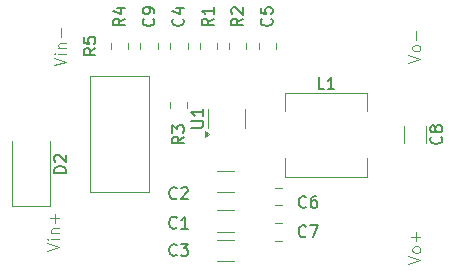
<source format=gbr>
%TF.GenerationSoftware,KiCad,Pcbnew,8.0.7*%
%TF.CreationDate,2025-01-12T01:40:56+08:00*%
%TF.ProjectId,power,706f7765-722e-46b6-9963-61645f706362,rev?*%
%TF.SameCoordinates,Original*%
%TF.FileFunction,Legend,Top*%
%TF.FilePolarity,Positive*%
%FSLAX46Y46*%
G04 Gerber Fmt 4.6, Leading zero omitted, Abs format (unit mm)*
G04 Created by KiCad (PCBNEW 8.0.7) date 2025-01-12 01:40:56*
%MOMM*%
%LPD*%
G01*
G04 APERTURE LIST*
%ADD10C,0.100000*%
%ADD11C,0.150000*%
%ADD12C,0.120000*%
G04 APERTURE END LIST*
D10*
X153872419Y-82338972D02*
X154872419Y-82005639D01*
X154872419Y-82005639D02*
X153872419Y-81672306D01*
X154872419Y-81338972D02*
X154205752Y-81338972D01*
X153872419Y-81338972D02*
X153920038Y-81386591D01*
X153920038Y-81386591D02*
X153967657Y-81338972D01*
X153967657Y-81338972D02*
X153920038Y-81291353D01*
X153920038Y-81291353D02*
X153872419Y-81338972D01*
X153872419Y-81338972D02*
X153967657Y-81338972D01*
X154205752Y-80862782D02*
X154872419Y-80862782D01*
X154300990Y-80862782D02*
X154253371Y-80815163D01*
X154253371Y-80815163D02*
X154205752Y-80719925D01*
X154205752Y-80719925D02*
X154205752Y-80577068D01*
X154205752Y-80577068D02*
X154253371Y-80481830D01*
X154253371Y-80481830D02*
X154348609Y-80434211D01*
X154348609Y-80434211D02*
X154872419Y-80434211D01*
X154491466Y-79958020D02*
X154491466Y-79196116D01*
X154872419Y-79577068D02*
X154110514Y-79577068D01*
D11*
X172859580Y-62666666D02*
X172907200Y-62714285D01*
X172907200Y-62714285D02*
X172954819Y-62857142D01*
X172954819Y-62857142D02*
X172954819Y-62952380D01*
X172954819Y-62952380D02*
X172907200Y-63095237D01*
X172907200Y-63095237D02*
X172811961Y-63190475D01*
X172811961Y-63190475D02*
X172716723Y-63238094D01*
X172716723Y-63238094D02*
X172526247Y-63285713D01*
X172526247Y-63285713D02*
X172383390Y-63285713D01*
X172383390Y-63285713D02*
X172192914Y-63238094D01*
X172192914Y-63238094D02*
X172097676Y-63190475D01*
X172097676Y-63190475D02*
X172002438Y-63095237D01*
X172002438Y-63095237D02*
X171954819Y-62952380D01*
X171954819Y-62952380D02*
X171954819Y-62857142D01*
X171954819Y-62857142D02*
X172002438Y-62714285D01*
X172002438Y-62714285D02*
X172050057Y-62666666D01*
X171954819Y-61761904D02*
X171954819Y-62238094D01*
X171954819Y-62238094D02*
X172431009Y-62285713D01*
X172431009Y-62285713D02*
X172383390Y-62238094D01*
X172383390Y-62238094D02*
X172335771Y-62142856D01*
X172335771Y-62142856D02*
X172335771Y-61904761D01*
X172335771Y-61904761D02*
X172383390Y-61809523D01*
X172383390Y-61809523D02*
X172431009Y-61761904D01*
X172431009Y-61761904D02*
X172526247Y-61714285D01*
X172526247Y-61714285D02*
X172764342Y-61714285D01*
X172764342Y-61714285D02*
X172859580Y-61761904D01*
X172859580Y-61761904D02*
X172907200Y-61809523D01*
X172907200Y-61809523D02*
X172954819Y-61904761D01*
X172954819Y-61904761D02*
X172954819Y-62142856D01*
X172954819Y-62142856D02*
X172907200Y-62238094D01*
X172907200Y-62238094D02*
X172859580Y-62285713D01*
X165359580Y-62666666D02*
X165407200Y-62714285D01*
X165407200Y-62714285D02*
X165454819Y-62857142D01*
X165454819Y-62857142D02*
X165454819Y-62952380D01*
X165454819Y-62952380D02*
X165407200Y-63095237D01*
X165407200Y-63095237D02*
X165311961Y-63190475D01*
X165311961Y-63190475D02*
X165216723Y-63238094D01*
X165216723Y-63238094D02*
X165026247Y-63285713D01*
X165026247Y-63285713D02*
X164883390Y-63285713D01*
X164883390Y-63285713D02*
X164692914Y-63238094D01*
X164692914Y-63238094D02*
X164597676Y-63190475D01*
X164597676Y-63190475D02*
X164502438Y-63095237D01*
X164502438Y-63095237D02*
X164454819Y-62952380D01*
X164454819Y-62952380D02*
X164454819Y-62857142D01*
X164454819Y-62857142D02*
X164502438Y-62714285D01*
X164502438Y-62714285D02*
X164550057Y-62666666D01*
X164788152Y-61809523D02*
X165454819Y-61809523D01*
X164407200Y-62047618D02*
X165121485Y-62285713D01*
X165121485Y-62285713D02*
X165121485Y-61666666D01*
D10*
X154457419Y-66642856D02*
X155457419Y-66309523D01*
X155457419Y-66309523D02*
X154457419Y-65976190D01*
X155457419Y-65642856D02*
X154790752Y-65642856D01*
X154457419Y-65642856D02*
X154505038Y-65690475D01*
X154505038Y-65690475D02*
X154552657Y-65642856D01*
X154552657Y-65642856D02*
X154505038Y-65595237D01*
X154505038Y-65595237D02*
X154457419Y-65642856D01*
X154457419Y-65642856D02*
X154552657Y-65642856D01*
X154790752Y-65166666D02*
X155457419Y-65166666D01*
X154885990Y-65166666D02*
X154838371Y-65119047D01*
X154838371Y-65119047D02*
X154790752Y-65023809D01*
X154790752Y-65023809D02*
X154790752Y-64880952D01*
X154790752Y-64880952D02*
X154838371Y-64785714D01*
X154838371Y-64785714D02*
X154933609Y-64738095D01*
X154933609Y-64738095D02*
X155457419Y-64738095D01*
X155076466Y-64261904D02*
X155076466Y-63500000D01*
X184457419Y-83444761D02*
X185457419Y-83111428D01*
X185457419Y-83111428D02*
X184457419Y-82778095D01*
X185457419Y-82301904D02*
X185409800Y-82397142D01*
X185409800Y-82397142D02*
X185362180Y-82444761D01*
X185362180Y-82444761D02*
X185266942Y-82492380D01*
X185266942Y-82492380D02*
X184981228Y-82492380D01*
X184981228Y-82492380D02*
X184885990Y-82444761D01*
X184885990Y-82444761D02*
X184838371Y-82397142D01*
X184838371Y-82397142D02*
X184790752Y-82301904D01*
X184790752Y-82301904D02*
X184790752Y-82159047D01*
X184790752Y-82159047D02*
X184838371Y-82063809D01*
X184838371Y-82063809D02*
X184885990Y-82016190D01*
X184885990Y-82016190D02*
X184981228Y-81968571D01*
X184981228Y-81968571D02*
X185266942Y-81968571D01*
X185266942Y-81968571D02*
X185362180Y-82016190D01*
X185362180Y-82016190D02*
X185409800Y-82063809D01*
X185409800Y-82063809D02*
X185457419Y-82159047D01*
X185457419Y-82159047D02*
X185457419Y-82301904D01*
X185076466Y-81539999D02*
X185076466Y-80778095D01*
X185457419Y-81159047D02*
X184695514Y-81159047D01*
X184457419Y-66404761D02*
X185457419Y-66071428D01*
X185457419Y-66071428D02*
X184457419Y-65738095D01*
X185457419Y-65261904D02*
X185409800Y-65357142D01*
X185409800Y-65357142D02*
X185362180Y-65404761D01*
X185362180Y-65404761D02*
X185266942Y-65452380D01*
X185266942Y-65452380D02*
X184981228Y-65452380D01*
X184981228Y-65452380D02*
X184885990Y-65404761D01*
X184885990Y-65404761D02*
X184838371Y-65357142D01*
X184838371Y-65357142D02*
X184790752Y-65261904D01*
X184790752Y-65261904D02*
X184790752Y-65119047D01*
X184790752Y-65119047D02*
X184838371Y-65023809D01*
X184838371Y-65023809D02*
X184885990Y-64976190D01*
X184885990Y-64976190D02*
X184981228Y-64928571D01*
X184981228Y-64928571D02*
X185266942Y-64928571D01*
X185266942Y-64928571D02*
X185362180Y-64976190D01*
X185362180Y-64976190D02*
X185409800Y-65023809D01*
X185409800Y-65023809D02*
X185457419Y-65119047D01*
X185457419Y-65119047D02*
X185457419Y-65261904D01*
X185076466Y-64499999D02*
X185076466Y-63738095D01*
D11*
X166079819Y-71899404D02*
X166889342Y-71899404D01*
X166889342Y-71899404D02*
X166984580Y-71851785D01*
X166984580Y-71851785D02*
X167032200Y-71804166D01*
X167032200Y-71804166D02*
X167079819Y-71708928D01*
X167079819Y-71708928D02*
X167079819Y-71518452D01*
X167079819Y-71518452D02*
X167032200Y-71423214D01*
X167032200Y-71423214D02*
X166984580Y-71375595D01*
X166984580Y-71375595D02*
X166889342Y-71327976D01*
X166889342Y-71327976D02*
X166079819Y-71327976D01*
X167079819Y-70327976D02*
X167079819Y-70899404D01*
X167079819Y-70613690D02*
X166079819Y-70613690D01*
X166079819Y-70613690D02*
X166222676Y-70708928D01*
X166222676Y-70708928D02*
X166317914Y-70804166D01*
X166317914Y-70804166D02*
X166365533Y-70899404D01*
X157954819Y-65166666D02*
X157478628Y-65499999D01*
X157954819Y-65738094D02*
X156954819Y-65738094D01*
X156954819Y-65738094D02*
X156954819Y-65357142D01*
X156954819Y-65357142D02*
X157002438Y-65261904D01*
X157002438Y-65261904D02*
X157050057Y-65214285D01*
X157050057Y-65214285D02*
X157145295Y-65166666D01*
X157145295Y-65166666D02*
X157288152Y-65166666D01*
X157288152Y-65166666D02*
X157383390Y-65214285D01*
X157383390Y-65214285D02*
X157431009Y-65261904D01*
X157431009Y-65261904D02*
X157478628Y-65357142D01*
X157478628Y-65357142D02*
X157478628Y-65738094D01*
X156954819Y-64261904D02*
X156954819Y-64738094D01*
X156954819Y-64738094D02*
X157431009Y-64785713D01*
X157431009Y-64785713D02*
X157383390Y-64738094D01*
X157383390Y-64738094D02*
X157335771Y-64642856D01*
X157335771Y-64642856D02*
X157335771Y-64404761D01*
X157335771Y-64404761D02*
X157383390Y-64309523D01*
X157383390Y-64309523D02*
X157431009Y-64261904D01*
X157431009Y-64261904D02*
X157526247Y-64214285D01*
X157526247Y-64214285D02*
X157764342Y-64214285D01*
X157764342Y-64214285D02*
X157859580Y-64261904D01*
X157859580Y-64261904D02*
X157907200Y-64309523D01*
X157907200Y-64309523D02*
X157954819Y-64404761D01*
X157954819Y-64404761D02*
X157954819Y-64642856D01*
X157954819Y-64642856D02*
X157907200Y-64738094D01*
X157907200Y-64738094D02*
X157859580Y-64785713D01*
X160454819Y-62666666D02*
X159978628Y-62999999D01*
X160454819Y-63238094D02*
X159454819Y-63238094D01*
X159454819Y-63238094D02*
X159454819Y-62857142D01*
X159454819Y-62857142D02*
X159502438Y-62761904D01*
X159502438Y-62761904D02*
X159550057Y-62714285D01*
X159550057Y-62714285D02*
X159645295Y-62666666D01*
X159645295Y-62666666D02*
X159788152Y-62666666D01*
X159788152Y-62666666D02*
X159883390Y-62714285D01*
X159883390Y-62714285D02*
X159931009Y-62761904D01*
X159931009Y-62761904D02*
X159978628Y-62857142D01*
X159978628Y-62857142D02*
X159978628Y-63238094D01*
X159788152Y-61809523D02*
X160454819Y-61809523D01*
X159407200Y-62047618D02*
X160121485Y-62285713D01*
X160121485Y-62285713D02*
X160121485Y-61666666D01*
X165454819Y-72666666D02*
X164978628Y-72999999D01*
X165454819Y-73238094D02*
X164454819Y-73238094D01*
X164454819Y-73238094D02*
X164454819Y-72857142D01*
X164454819Y-72857142D02*
X164502438Y-72761904D01*
X164502438Y-72761904D02*
X164550057Y-72714285D01*
X164550057Y-72714285D02*
X164645295Y-72666666D01*
X164645295Y-72666666D02*
X164788152Y-72666666D01*
X164788152Y-72666666D02*
X164883390Y-72714285D01*
X164883390Y-72714285D02*
X164931009Y-72761904D01*
X164931009Y-72761904D02*
X164978628Y-72857142D01*
X164978628Y-72857142D02*
X164978628Y-73238094D01*
X164454819Y-72333332D02*
X164454819Y-71714285D01*
X164454819Y-71714285D02*
X164835771Y-72047618D01*
X164835771Y-72047618D02*
X164835771Y-71904761D01*
X164835771Y-71904761D02*
X164883390Y-71809523D01*
X164883390Y-71809523D02*
X164931009Y-71761904D01*
X164931009Y-71761904D02*
X165026247Y-71714285D01*
X165026247Y-71714285D02*
X165264342Y-71714285D01*
X165264342Y-71714285D02*
X165359580Y-71761904D01*
X165359580Y-71761904D02*
X165407200Y-71809523D01*
X165407200Y-71809523D02*
X165454819Y-71904761D01*
X165454819Y-71904761D02*
X165454819Y-72190475D01*
X165454819Y-72190475D02*
X165407200Y-72285713D01*
X165407200Y-72285713D02*
X165359580Y-72333332D01*
X170454819Y-62666666D02*
X169978628Y-62999999D01*
X170454819Y-63238094D02*
X169454819Y-63238094D01*
X169454819Y-63238094D02*
X169454819Y-62857142D01*
X169454819Y-62857142D02*
X169502438Y-62761904D01*
X169502438Y-62761904D02*
X169550057Y-62714285D01*
X169550057Y-62714285D02*
X169645295Y-62666666D01*
X169645295Y-62666666D02*
X169788152Y-62666666D01*
X169788152Y-62666666D02*
X169883390Y-62714285D01*
X169883390Y-62714285D02*
X169931009Y-62761904D01*
X169931009Y-62761904D02*
X169978628Y-62857142D01*
X169978628Y-62857142D02*
X169978628Y-63238094D01*
X169550057Y-62285713D02*
X169502438Y-62238094D01*
X169502438Y-62238094D02*
X169454819Y-62142856D01*
X169454819Y-62142856D02*
X169454819Y-61904761D01*
X169454819Y-61904761D02*
X169502438Y-61809523D01*
X169502438Y-61809523D02*
X169550057Y-61761904D01*
X169550057Y-61761904D02*
X169645295Y-61714285D01*
X169645295Y-61714285D02*
X169740533Y-61714285D01*
X169740533Y-61714285D02*
X169883390Y-61761904D01*
X169883390Y-61761904D02*
X170454819Y-62333332D01*
X170454819Y-62333332D02*
X170454819Y-61714285D01*
X167954819Y-62666666D02*
X167478628Y-62999999D01*
X167954819Y-63238094D02*
X166954819Y-63238094D01*
X166954819Y-63238094D02*
X166954819Y-62857142D01*
X166954819Y-62857142D02*
X167002438Y-62761904D01*
X167002438Y-62761904D02*
X167050057Y-62714285D01*
X167050057Y-62714285D02*
X167145295Y-62666666D01*
X167145295Y-62666666D02*
X167288152Y-62666666D01*
X167288152Y-62666666D02*
X167383390Y-62714285D01*
X167383390Y-62714285D02*
X167431009Y-62761904D01*
X167431009Y-62761904D02*
X167478628Y-62857142D01*
X167478628Y-62857142D02*
X167478628Y-63238094D01*
X167954819Y-61714285D02*
X167954819Y-62285713D01*
X167954819Y-61999999D02*
X166954819Y-61999999D01*
X166954819Y-61999999D02*
X167097676Y-62095237D01*
X167097676Y-62095237D02*
X167192914Y-62190475D01*
X167192914Y-62190475D02*
X167240533Y-62285713D01*
X177333333Y-68654819D02*
X176857143Y-68654819D01*
X176857143Y-68654819D02*
X176857143Y-67654819D01*
X178190476Y-68654819D02*
X177619048Y-68654819D01*
X177904762Y-68654819D02*
X177904762Y-67654819D01*
X177904762Y-67654819D02*
X177809524Y-67797676D01*
X177809524Y-67797676D02*
X177714286Y-67892914D01*
X177714286Y-67892914D02*
X177619048Y-67940533D01*
X155454819Y-75738094D02*
X154454819Y-75738094D01*
X154454819Y-75738094D02*
X154454819Y-75499999D01*
X154454819Y-75499999D02*
X154502438Y-75357142D01*
X154502438Y-75357142D02*
X154597676Y-75261904D01*
X154597676Y-75261904D02*
X154692914Y-75214285D01*
X154692914Y-75214285D02*
X154883390Y-75166666D01*
X154883390Y-75166666D02*
X155026247Y-75166666D01*
X155026247Y-75166666D02*
X155216723Y-75214285D01*
X155216723Y-75214285D02*
X155311961Y-75261904D01*
X155311961Y-75261904D02*
X155407200Y-75357142D01*
X155407200Y-75357142D02*
X155454819Y-75499999D01*
X155454819Y-75499999D02*
X155454819Y-75738094D01*
X154550057Y-74785713D02*
X154502438Y-74738094D01*
X154502438Y-74738094D02*
X154454819Y-74642856D01*
X154454819Y-74642856D02*
X154454819Y-74404761D01*
X154454819Y-74404761D02*
X154502438Y-74309523D01*
X154502438Y-74309523D02*
X154550057Y-74261904D01*
X154550057Y-74261904D02*
X154645295Y-74214285D01*
X154645295Y-74214285D02*
X154740533Y-74214285D01*
X154740533Y-74214285D02*
X154883390Y-74261904D01*
X154883390Y-74261904D02*
X155454819Y-74833332D01*
X155454819Y-74833332D02*
X155454819Y-74214285D01*
X162859580Y-62666666D02*
X162907200Y-62714285D01*
X162907200Y-62714285D02*
X162954819Y-62857142D01*
X162954819Y-62857142D02*
X162954819Y-62952380D01*
X162954819Y-62952380D02*
X162907200Y-63095237D01*
X162907200Y-63095237D02*
X162811961Y-63190475D01*
X162811961Y-63190475D02*
X162716723Y-63238094D01*
X162716723Y-63238094D02*
X162526247Y-63285713D01*
X162526247Y-63285713D02*
X162383390Y-63285713D01*
X162383390Y-63285713D02*
X162192914Y-63238094D01*
X162192914Y-63238094D02*
X162097676Y-63190475D01*
X162097676Y-63190475D02*
X162002438Y-63095237D01*
X162002438Y-63095237D02*
X161954819Y-62952380D01*
X161954819Y-62952380D02*
X161954819Y-62857142D01*
X161954819Y-62857142D02*
X162002438Y-62714285D01*
X162002438Y-62714285D02*
X162050057Y-62666666D01*
X162954819Y-62190475D02*
X162954819Y-61999999D01*
X162954819Y-61999999D02*
X162907200Y-61904761D01*
X162907200Y-61904761D02*
X162859580Y-61857142D01*
X162859580Y-61857142D02*
X162716723Y-61761904D01*
X162716723Y-61761904D02*
X162526247Y-61714285D01*
X162526247Y-61714285D02*
X162145295Y-61714285D01*
X162145295Y-61714285D02*
X162050057Y-61761904D01*
X162050057Y-61761904D02*
X162002438Y-61809523D01*
X162002438Y-61809523D02*
X161954819Y-61904761D01*
X161954819Y-61904761D02*
X161954819Y-62095237D01*
X161954819Y-62095237D02*
X162002438Y-62190475D01*
X162002438Y-62190475D02*
X162050057Y-62238094D01*
X162050057Y-62238094D02*
X162145295Y-62285713D01*
X162145295Y-62285713D02*
X162383390Y-62285713D01*
X162383390Y-62285713D02*
X162478628Y-62238094D01*
X162478628Y-62238094D02*
X162526247Y-62190475D01*
X162526247Y-62190475D02*
X162573866Y-62095237D01*
X162573866Y-62095237D02*
X162573866Y-61904761D01*
X162573866Y-61904761D02*
X162526247Y-61809523D01*
X162526247Y-61809523D02*
X162478628Y-61761904D01*
X162478628Y-61761904D02*
X162383390Y-61714285D01*
X187209580Y-72666666D02*
X187257200Y-72714285D01*
X187257200Y-72714285D02*
X187304819Y-72857142D01*
X187304819Y-72857142D02*
X187304819Y-72952380D01*
X187304819Y-72952380D02*
X187257200Y-73095237D01*
X187257200Y-73095237D02*
X187161961Y-73190475D01*
X187161961Y-73190475D02*
X187066723Y-73238094D01*
X187066723Y-73238094D02*
X186876247Y-73285713D01*
X186876247Y-73285713D02*
X186733390Y-73285713D01*
X186733390Y-73285713D02*
X186542914Y-73238094D01*
X186542914Y-73238094D02*
X186447676Y-73190475D01*
X186447676Y-73190475D02*
X186352438Y-73095237D01*
X186352438Y-73095237D02*
X186304819Y-72952380D01*
X186304819Y-72952380D02*
X186304819Y-72857142D01*
X186304819Y-72857142D02*
X186352438Y-72714285D01*
X186352438Y-72714285D02*
X186400057Y-72666666D01*
X186733390Y-72095237D02*
X186685771Y-72190475D01*
X186685771Y-72190475D02*
X186638152Y-72238094D01*
X186638152Y-72238094D02*
X186542914Y-72285713D01*
X186542914Y-72285713D02*
X186495295Y-72285713D01*
X186495295Y-72285713D02*
X186400057Y-72238094D01*
X186400057Y-72238094D02*
X186352438Y-72190475D01*
X186352438Y-72190475D02*
X186304819Y-72095237D01*
X186304819Y-72095237D02*
X186304819Y-71904761D01*
X186304819Y-71904761D02*
X186352438Y-71809523D01*
X186352438Y-71809523D02*
X186400057Y-71761904D01*
X186400057Y-71761904D02*
X186495295Y-71714285D01*
X186495295Y-71714285D02*
X186542914Y-71714285D01*
X186542914Y-71714285D02*
X186638152Y-71761904D01*
X186638152Y-71761904D02*
X186685771Y-71809523D01*
X186685771Y-71809523D02*
X186733390Y-71904761D01*
X186733390Y-71904761D02*
X186733390Y-72095237D01*
X186733390Y-72095237D02*
X186781009Y-72190475D01*
X186781009Y-72190475D02*
X186828628Y-72238094D01*
X186828628Y-72238094D02*
X186923866Y-72285713D01*
X186923866Y-72285713D02*
X187114342Y-72285713D01*
X187114342Y-72285713D02*
X187209580Y-72238094D01*
X187209580Y-72238094D02*
X187257200Y-72190475D01*
X187257200Y-72190475D02*
X187304819Y-72095237D01*
X187304819Y-72095237D02*
X187304819Y-71904761D01*
X187304819Y-71904761D02*
X187257200Y-71809523D01*
X187257200Y-71809523D02*
X187209580Y-71761904D01*
X187209580Y-71761904D02*
X187114342Y-71714285D01*
X187114342Y-71714285D02*
X186923866Y-71714285D01*
X186923866Y-71714285D02*
X186828628Y-71761904D01*
X186828628Y-71761904D02*
X186781009Y-71809523D01*
X186781009Y-71809523D02*
X186733390Y-71904761D01*
X175783333Y-81094580D02*
X175735714Y-81142200D01*
X175735714Y-81142200D02*
X175592857Y-81189819D01*
X175592857Y-81189819D02*
X175497619Y-81189819D01*
X175497619Y-81189819D02*
X175354762Y-81142200D01*
X175354762Y-81142200D02*
X175259524Y-81046961D01*
X175259524Y-81046961D02*
X175211905Y-80951723D01*
X175211905Y-80951723D02*
X175164286Y-80761247D01*
X175164286Y-80761247D02*
X175164286Y-80618390D01*
X175164286Y-80618390D02*
X175211905Y-80427914D01*
X175211905Y-80427914D02*
X175259524Y-80332676D01*
X175259524Y-80332676D02*
X175354762Y-80237438D01*
X175354762Y-80237438D02*
X175497619Y-80189819D01*
X175497619Y-80189819D02*
X175592857Y-80189819D01*
X175592857Y-80189819D02*
X175735714Y-80237438D01*
X175735714Y-80237438D02*
X175783333Y-80285057D01*
X176116667Y-80189819D02*
X176783333Y-80189819D01*
X176783333Y-80189819D02*
X176354762Y-81189819D01*
X175783333Y-78594580D02*
X175735714Y-78642200D01*
X175735714Y-78642200D02*
X175592857Y-78689819D01*
X175592857Y-78689819D02*
X175497619Y-78689819D01*
X175497619Y-78689819D02*
X175354762Y-78642200D01*
X175354762Y-78642200D02*
X175259524Y-78546961D01*
X175259524Y-78546961D02*
X175211905Y-78451723D01*
X175211905Y-78451723D02*
X175164286Y-78261247D01*
X175164286Y-78261247D02*
X175164286Y-78118390D01*
X175164286Y-78118390D02*
X175211905Y-77927914D01*
X175211905Y-77927914D02*
X175259524Y-77832676D01*
X175259524Y-77832676D02*
X175354762Y-77737438D01*
X175354762Y-77737438D02*
X175497619Y-77689819D01*
X175497619Y-77689819D02*
X175592857Y-77689819D01*
X175592857Y-77689819D02*
X175735714Y-77737438D01*
X175735714Y-77737438D02*
X175783333Y-77785057D01*
X176640476Y-77689819D02*
X176450000Y-77689819D01*
X176450000Y-77689819D02*
X176354762Y-77737438D01*
X176354762Y-77737438D02*
X176307143Y-77785057D01*
X176307143Y-77785057D02*
X176211905Y-77927914D01*
X176211905Y-77927914D02*
X176164286Y-78118390D01*
X176164286Y-78118390D02*
X176164286Y-78499342D01*
X176164286Y-78499342D02*
X176211905Y-78594580D01*
X176211905Y-78594580D02*
X176259524Y-78642200D01*
X176259524Y-78642200D02*
X176354762Y-78689819D01*
X176354762Y-78689819D02*
X176545238Y-78689819D01*
X176545238Y-78689819D02*
X176640476Y-78642200D01*
X176640476Y-78642200D02*
X176688095Y-78594580D01*
X176688095Y-78594580D02*
X176735714Y-78499342D01*
X176735714Y-78499342D02*
X176735714Y-78261247D01*
X176735714Y-78261247D02*
X176688095Y-78166009D01*
X176688095Y-78166009D02*
X176640476Y-78118390D01*
X176640476Y-78118390D02*
X176545238Y-78070771D01*
X176545238Y-78070771D02*
X176354762Y-78070771D01*
X176354762Y-78070771D02*
X176259524Y-78118390D01*
X176259524Y-78118390D02*
X176211905Y-78166009D01*
X176211905Y-78166009D02*
X176164286Y-78261247D01*
X164833333Y-82659580D02*
X164785714Y-82707200D01*
X164785714Y-82707200D02*
X164642857Y-82754819D01*
X164642857Y-82754819D02*
X164547619Y-82754819D01*
X164547619Y-82754819D02*
X164404762Y-82707200D01*
X164404762Y-82707200D02*
X164309524Y-82611961D01*
X164309524Y-82611961D02*
X164261905Y-82516723D01*
X164261905Y-82516723D02*
X164214286Y-82326247D01*
X164214286Y-82326247D02*
X164214286Y-82183390D01*
X164214286Y-82183390D02*
X164261905Y-81992914D01*
X164261905Y-81992914D02*
X164309524Y-81897676D01*
X164309524Y-81897676D02*
X164404762Y-81802438D01*
X164404762Y-81802438D02*
X164547619Y-81754819D01*
X164547619Y-81754819D02*
X164642857Y-81754819D01*
X164642857Y-81754819D02*
X164785714Y-81802438D01*
X164785714Y-81802438D02*
X164833333Y-81850057D01*
X165166667Y-81754819D02*
X165785714Y-81754819D01*
X165785714Y-81754819D02*
X165452381Y-82135771D01*
X165452381Y-82135771D02*
X165595238Y-82135771D01*
X165595238Y-82135771D02*
X165690476Y-82183390D01*
X165690476Y-82183390D02*
X165738095Y-82231009D01*
X165738095Y-82231009D02*
X165785714Y-82326247D01*
X165785714Y-82326247D02*
X165785714Y-82564342D01*
X165785714Y-82564342D02*
X165738095Y-82659580D01*
X165738095Y-82659580D02*
X165690476Y-82707200D01*
X165690476Y-82707200D02*
X165595238Y-82754819D01*
X165595238Y-82754819D02*
X165309524Y-82754819D01*
X165309524Y-82754819D02*
X165214286Y-82707200D01*
X165214286Y-82707200D02*
X165166667Y-82659580D01*
X164833333Y-77859580D02*
X164785714Y-77907200D01*
X164785714Y-77907200D02*
X164642857Y-77954819D01*
X164642857Y-77954819D02*
X164547619Y-77954819D01*
X164547619Y-77954819D02*
X164404762Y-77907200D01*
X164404762Y-77907200D02*
X164309524Y-77811961D01*
X164309524Y-77811961D02*
X164261905Y-77716723D01*
X164261905Y-77716723D02*
X164214286Y-77526247D01*
X164214286Y-77526247D02*
X164214286Y-77383390D01*
X164214286Y-77383390D02*
X164261905Y-77192914D01*
X164261905Y-77192914D02*
X164309524Y-77097676D01*
X164309524Y-77097676D02*
X164404762Y-77002438D01*
X164404762Y-77002438D02*
X164547619Y-76954819D01*
X164547619Y-76954819D02*
X164642857Y-76954819D01*
X164642857Y-76954819D02*
X164785714Y-77002438D01*
X164785714Y-77002438D02*
X164833333Y-77050057D01*
X165214286Y-77050057D02*
X165261905Y-77002438D01*
X165261905Y-77002438D02*
X165357143Y-76954819D01*
X165357143Y-76954819D02*
X165595238Y-76954819D01*
X165595238Y-76954819D02*
X165690476Y-77002438D01*
X165690476Y-77002438D02*
X165738095Y-77050057D01*
X165738095Y-77050057D02*
X165785714Y-77145295D01*
X165785714Y-77145295D02*
X165785714Y-77240533D01*
X165785714Y-77240533D02*
X165738095Y-77383390D01*
X165738095Y-77383390D02*
X165166667Y-77954819D01*
X165166667Y-77954819D02*
X165785714Y-77954819D01*
X164833333Y-80359580D02*
X164785714Y-80407200D01*
X164785714Y-80407200D02*
X164642857Y-80454819D01*
X164642857Y-80454819D02*
X164547619Y-80454819D01*
X164547619Y-80454819D02*
X164404762Y-80407200D01*
X164404762Y-80407200D02*
X164309524Y-80311961D01*
X164309524Y-80311961D02*
X164261905Y-80216723D01*
X164261905Y-80216723D02*
X164214286Y-80026247D01*
X164214286Y-80026247D02*
X164214286Y-79883390D01*
X164214286Y-79883390D02*
X164261905Y-79692914D01*
X164261905Y-79692914D02*
X164309524Y-79597676D01*
X164309524Y-79597676D02*
X164404762Y-79502438D01*
X164404762Y-79502438D02*
X164547619Y-79454819D01*
X164547619Y-79454819D02*
X164642857Y-79454819D01*
X164642857Y-79454819D02*
X164785714Y-79502438D01*
X164785714Y-79502438D02*
X164833333Y-79550057D01*
X165785714Y-80454819D02*
X165214286Y-80454819D01*
X165500000Y-80454819D02*
X165500000Y-79454819D01*
X165500000Y-79454819D02*
X165404762Y-79597676D01*
X165404762Y-79597676D02*
X165309524Y-79692914D01*
X165309524Y-79692914D02*
X165214286Y-79740533D01*
D12*
%TO.C,C5*%
X171765000Y-65261252D02*
X171765000Y-64738748D01*
X173235000Y-65261252D02*
X173235000Y-64738748D01*
%TO.C,C4*%
X164295000Y-65261252D02*
X164295000Y-64738748D01*
X165765000Y-65261252D02*
X165765000Y-64738748D01*
%TO.C,U1*%
X167465000Y-71137500D02*
X167465000Y-71937500D01*
X167465000Y-71137500D02*
X167465000Y-70337500D01*
X170585000Y-71137500D02*
X170585000Y-71937500D01*
X170585000Y-71137500D02*
X170585000Y-70337500D01*
X167540000Y-72437500D02*
X167210000Y-72677500D01*
X167210000Y-72197500D01*
X167540000Y-72437500D01*
G36*
X167540000Y-72437500D02*
G01*
X167210000Y-72677500D01*
X167210000Y-72197500D01*
X167540000Y-72437500D01*
G37*
%TO.C,R5*%
X162530000Y-67575000D02*
X157460000Y-67575000D01*
X162530000Y-67575000D02*
X162530000Y-77345000D01*
X157460000Y-67575000D02*
X157460000Y-77345000D01*
X162530000Y-77345000D02*
X157460000Y-77345000D01*
%TO.C,R4*%
X159265000Y-65227064D02*
X159265000Y-64772936D01*
X160735000Y-65227064D02*
X160735000Y-64772936D01*
%TO.C,R3*%
X164265000Y-70227064D02*
X164265000Y-69772936D01*
X165735000Y-70227064D02*
X165735000Y-69772936D01*
%TO.C,R2*%
X169265000Y-65227064D02*
X169265000Y-64772936D01*
X170735000Y-65227064D02*
X170735000Y-64772936D01*
%TO.C,R1*%
X168265000Y-64772936D02*
X168265000Y-65227064D01*
X166795000Y-64772936D02*
X166795000Y-65227064D01*
%TO.C,L1*%
X174015000Y-68940000D02*
X174015000Y-70490000D01*
X174015000Y-68940000D02*
X180985000Y-68940000D01*
X174015000Y-76060000D02*
X174015000Y-74510000D01*
X174015000Y-76060000D02*
X180985000Y-76060000D01*
X180985000Y-68940000D02*
X180985000Y-70490000D01*
X180985000Y-76060000D02*
X180985000Y-74510000D01*
%TO.C,D2*%
X150850000Y-78510000D02*
X154150000Y-78510000D01*
X150850000Y-78510000D02*
X150850000Y-73000000D01*
X154150000Y-78510000D02*
X154150000Y-73000000D01*
%TO.C,C9*%
X163235000Y-64738748D02*
X163235000Y-65261252D01*
X161765000Y-64738748D02*
X161765000Y-65261252D01*
%TO.C,C8*%
X185910000Y-71788748D02*
X185910000Y-73211252D01*
X184090000Y-71788748D02*
X184090000Y-73211252D01*
%TO.C,C7*%
X173188748Y-80000000D02*
X173711252Y-80000000D01*
X173188748Y-81470000D02*
X173711252Y-81470000D01*
%TO.C,C6*%
X173188748Y-76990000D02*
X173711252Y-76990000D01*
X173188748Y-78460000D02*
X173711252Y-78460000D01*
%TO.C,C3*%
X169686252Y-83210000D02*
X168263748Y-83210000D01*
X169686252Y-81390000D02*
X168263748Y-81390000D01*
%TO.C,C2*%
X169686252Y-77360000D02*
X168263748Y-77360000D01*
X169686252Y-75540000D02*
X168263748Y-75540000D01*
%TO.C,C1*%
X169686252Y-80710000D02*
X168263748Y-80710000D01*
X169686252Y-78890000D02*
X168263748Y-78890000D01*
%TD*%
M02*

</source>
